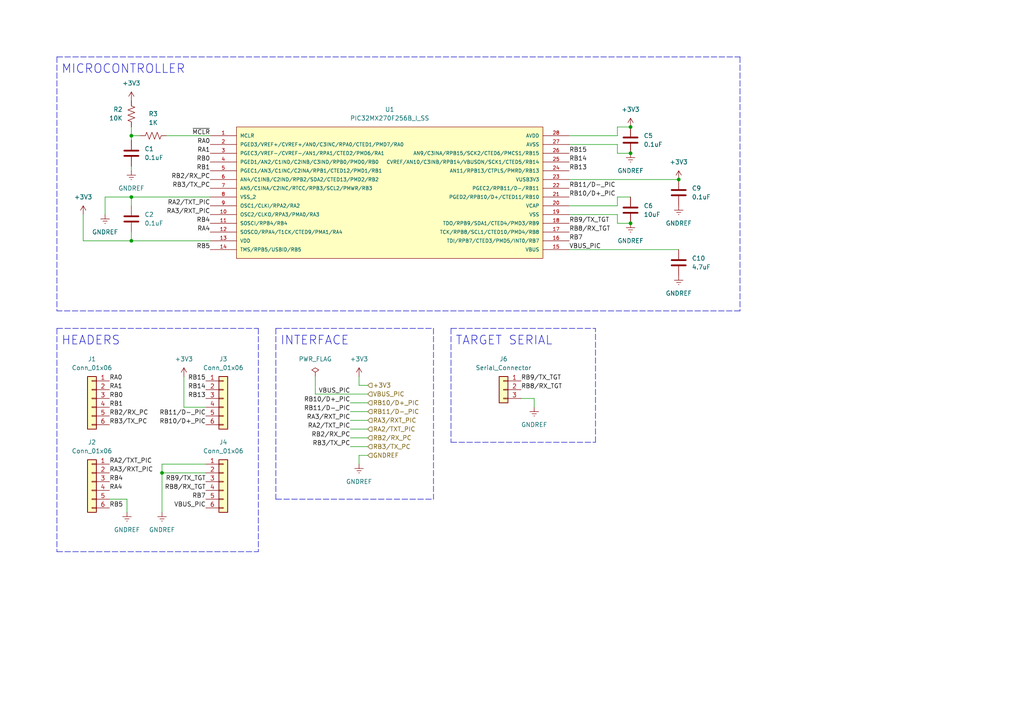
<source format=kicad_sch>
(kicad_sch (version 20211123) (generator eeschema)
  (paper "A4")
  (lib_symbols
    (symbol "Connector_Generic:Conn_01x03" (pin_names (offset 1.016) hide)
      (property "Reference" "J" (at 0 5.08 0))
      (property "Value" "Conn_01x03" (at 0 -5.08 0))
      (symbol "Conn_01x03_1_1"
        (rectangle (start -1.27 -2.413) (end 0 -2.667) (stroke (width 0.1524)))
        (rectangle (start -1.27 0.127) (end 0 -0.127) (stroke (width 0.1524)))
        (rectangle (start -1.27 2.667) (end 0 2.413) (stroke (width 0.1524)))
        (rectangle (start -1.27 3.81) (end 1.27 -3.81) (stroke (width 0.254)) (fill (type background)))
        (pin passive line (at -5.08 2.54 0) (length 3.81) (name "Pin_1") (number "1"))
        (pin passive line (at -5.08 0 0) (length 3.81) (name "Pin_2") (number "2"))
        (pin passive line (at -5.08 -2.54 0) (length 3.81) (name "Pin_3") (number "3"))
      )
    )
    (symbol "Connector_Generic:Conn_01x06" (pin_names (offset 1.016) hide)
      (property "Reference" "J" (at 0 7.62 0))
      (property "Value" "Conn_01x06" (at 0 -10.16 0))
      (symbol "Conn_01x06_1_1"
        (rectangle (start -1.27 -7.493) (end 0 -7.747) (stroke (width 0.1524)))
        (rectangle (start -1.27 -4.953) (end 0 -5.207) (stroke (width 0.1524)))
        (rectangle (start -1.27 -2.413) (end 0 -2.667) (stroke (width 0.1524)))
        (rectangle (start -1.27 0.127) (end 0 -0.127) (stroke (width 0.1524)))
        (rectangle (start -1.27 2.667) (end 0 2.413) (stroke (width 0.1524)))
        (rectangle (start -1.27 5.207) (end 0 4.953) (stroke (width 0.1524)))
        (rectangle (start -1.27 6.35) (end 1.27 -8.89) (stroke (width 0.254)) (fill (type background)))
        (pin passive line (at -5.08 5.08 0) (length 3.81) (name "Pin_1") (number "1"))
        (pin passive line (at -5.08 2.54 0) (length 3.81) (name "Pin_2") (number "2"))
        (pin passive line (at -5.08 0 0) (length 3.81) (name "Pin_3") (number "3"))
        (pin passive line (at -5.08 -2.54 0) (length 3.81) (name "Pin_4") (number "4"))
        (pin passive line (at -5.08 -5.08 0) (length 3.81) (name "Pin_5") (number "5"))
        (pin passive line (at -5.08 -7.62 0) (length 3.81) (name "Pin_6") (number "6"))
      )
    )
    (symbol "Device:R_US" (pin_numbers hide) (pin_names (offset 0))
      (property "Reference" "R" (at 2.54 0 90))
      (property "Value" "R_US" (at -2.54 0 90))
      (symbol "R_US_0_1"
        (polyline (pts (xy 0 -2.286) (xy 0 -2.54)))
        (polyline (pts (xy 0 2.286) (xy 0 2.54)))
        (polyline (pts (xy 0 -0.762) (xy 1.016 -1.143) (xy 0 -1.524) (xy -1.016 -1.905) (xy 0 -2.286)))
        (polyline (pts (xy 0 0.762) (xy 1.016 0.381) (xy 0 0) (xy -1.016 -0.381) (xy 0 -0.762)))
        (polyline (pts (xy 0 2.286) (xy 1.016 1.905) (xy 0 1.524) (xy -1.016 1.143) (xy 0 0.762)))
      )
      (symbol "R_US_1_1"
        (pin passive line (at 0 3.81 270) (length 1.27) (name "~") (number "1"))
        (pin passive line (at 0 -3.81 90) (length 1.27) (name "~") (number "2"))
      )
    )
    (symbol "ME218_BaseLib:Cap" (pin_numbers hide) (pin_names (offset 0.254))
      (property "Reference" "C" (at 0.635 2.54 0))
      (property "Value" "Cap" (at 0.635 -2.54 0))
      (symbol "Cap_0_1"
        (polyline (pts (xy -2.032 -0.762) (xy 2.032 -0.762)) (stroke (width 0.508)))
        (polyline (pts (xy -2.032 0.762) (xy 2.032 0.762)) (stroke (width 0.508)))
      )
      (symbol "Cap_1_1"
        (pin passive line (at 0 3.81 270) (length 2.794) (name "~") (number "1"))
        (pin passive line (at 0 -3.81 90) (length 2.794) (name "~") (number "2"))
      )
    )
    (symbol "PIC32MX250F128B_I_SS:PIC32MX250F128B_I_SS" (pin_names (offset 1.016))
      (property "Reference" "U" (at -44.45 3.81 0))
      (property "Value" "PIC32MX250F128B_I_SS" (at -44.45 1.27 0))
      (symbol "PIC32MX250F128B_I_SS_0_0"
        (rectangle (start -44.45 0) (end 44.45 -38.1) (stroke (width 0.1524)) (fill (type background)))
        (pin input line (at -52.07 -2.54 0) (length 7.62) (name "MCLR") (number "1"))
        (pin bidirectional line (at -52.07 -25.4 0) (length 7.62) (name "OSC2/CLKO/RPA3/PMA0/RA3") (number "10"))
        (pin bidirectional line (at -52.07 -27.94 0) (length 7.62) (name "SOSCI/RPB4/RB4") (number "11"))
        (pin bidirectional line (at -52.07 -30.48 0) (length 7.62) (name "SOSCO/RPA4/T1CK/CTED9/PMA1/RA4") (number "12"))
        (pin power_in line (at -52.07 -33.02 0) (length 7.62) (name "VDD") (number "13"))
        (pin bidirectional line (at -52.07 -35.56 0) (length 7.62) (name "TMS/RPB5/USBID/RB5") (number "14"))
        (pin power_in line (at 52.07 -35.56 180) (length 7.62) (name "VBUS") (number "15"))
        (pin bidirectional line (at 52.07 -33.02 180) (length 7.62) (name "TDI/RPB7/CTED3/PMD5/INT0/RB7") (number "16"))
        (pin bidirectional line (at 52.07 -30.48 180) (length 7.62) (name "TCK/RPB8/SCL1/CTED10/PMD4/RB8") (number "17"))
        (pin bidirectional line (at 52.07 -27.94 180) (length 7.62) (name "TDO/RPB9/SDA1/CTED4/PMD3/RB9") (number "18"))
        (pin power_in line (at 52.07 -25.4 180) (length 7.62) (name "VSS") (number "19"))
        (pin bidirectional line (at -52.07 -5.08 0) (length 7.62) (name "PGED3/VREF+/CVREF+/AN0/C3INC/RPA0/CTED1/PMD7/RA0") (number "2"))
        (pin input line (at 52.07 -22.86 180) (length 7.62) (name "VCAP") (number "20"))
        (pin bidirectional line (at 52.07 -20.32 180) (length 7.62) (name "PGED2/RPB10/D+/CTED11/RB10") (number "21"))
        (pin bidirectional line (at 52.07 -17.78 180) (length 7.62) (name "PGEC2/RPB11/D-/RB11") (number "22"))
        (pin input line (at 52.07 -15.24 180) (length 7.62) (name "VUSB3V3") (number "23"))
        (pin bidirectional line (at 52.07 -12.7 180) (length 7.62) (name "AN11/RPB13/CTPLS/PMRD/RB13") (number "24"))
        (pin bidirectional line (at 52.07 -10.16 180) (length 7.62) (name "CVREF/AN10/C3INB/RPB14/VBUSON/SCK1/CTED5/RB14") (number "25"))
        (pin bidirectional line (at 52.07 -7.62 180) (length 7.62) (name "AN9/C3INA/RPB15/SCK2/CTED6/PMCS1/RB15") (number "26"))
        (pin power_in line (at 52.07 -5.08 180) (length 7.62) (name "AVSS") (number "27"))
        (pin power_in line (at 52.07 -2.54 180) (length 7.62) (name "AVDD") (number "28"))
        (pin bidirectional line (at -52.07 -7.62 0) (length 7.62) (name "PGEC3/VREF-/CVREF-/AN1/RPA1/CTED2/PMD6/RA1") (number "3"))
        (pin bidirectional line (at -52.07 -10.16 0) (length 7.62) (name "PGED1/AN2/C1IND/C2INB/C3IND/RPB0/PMD0/RB0") (number "4"))
        (pin bidirectional line (at -52.07 -12.7 0) (length 7.62) (name "PGEC1/AN3/C1INC/C2INA/RPB1/CTED12/PMD1/RB1") (number "5"))
        (pin bidirectional line (at -52.07 -15.24 0) (length 7.62) (name "AN4/C1INB/C2IND/RPB2/SDA2/CTED13/PMD2/RB2") (number "6"))
        (pin bidirectional line (at -52.07 -17.78 0) (length 7.62) (name "AN5/C1INA/C2INC/RTCC/RPB3/SCL2/PMWR/RB3") (number "7"))
        (pin power_in line (at -52.07 -20.32 0) (length 7.62) (name "VSS_2") (number "8"))
        (pin bidirectional line (at -52.07 -22.86 0) (length 7.62) (name "OSC1/CLKI/RPA2/RA2") (number "9"))
      )
    )
    (symbol "power:+3V3" (power) (pin_names (offset 0))
      (property "Value" "+3V3" (at 0 3.556 0))
      (symbol "+3V3_0_1"
        (polyline (pts (xy -0.762 1.27) (xy 0 2.54)))
        (polyline (pts (xy 0 0) (xy 0 2.54)))
        (polyline (pts (xy 0 2.54) (xy 0.762 1.27)))
      )
      (symbol "+3V3_1_1"
        (pin power_in line (at 0 0 90) (length 0) hide (name "+3V3") (number "1"))
      )
    )
    (symbol "power:GNDREF" (power) (pin_names (offset 0))
      (property "Value" "GNDREF" (at 0 -3.81 0))
      (symbol "GNDREF_0_1"
        (polyline (pts (xy -0.635 -1.905) (xy 0.635 -1.905)))
        (polyline (pts (xy -0.127 -2.54) (xy 0.127 -2.54)))
        (polyline (pts (xy 0 -1.27) (xy 0 0)))
        (polyline (pts (xy 1.27 -1.27) (xy -1.27 -1.27)))
      )
      (symbol "GNDREF_1_1"
        (pin power_in line (at 0 0 270) (length 0) hide (name "GNDREF") (number "1"))
      )
    )
    (symbol "power:PWR_FLAG" (power) (pin_numbers hide) (pin_names (offset 0) hide)
      (property "Value" "PWR_FLAG" (at 0 3.81 0))
      (symbol "PWR_FLAG_0_0"
        (pin power_out line (at 0 0 90) (length 0) (name "pwr") (number "1"))
      )
      (symbol "PWR_FLAG_0_1"
        (polyline (pts (xy 0 0) (xy 0 1.27) (xy -1.016 1.905) (xy 0 2.54) (xy 1.016 1.905) (xy 0 1.27)))
      )
    )
  )
  (junction (at 182.88 44.45))
  (junction (at 196.85 52.07))
  (junction (at 38.1 69.85))
  (junction (at 38.1 39.37))
  (junction (at 38.1 57.15))
  (junction (at 46.99 137.16))
  (junction (at 182.88 64.77))
  (junction (at 182.88 36.83))
  (wire (pts (xy 165.1 39.37) (xy 179.07 39.37)))
  (polyline (pts (xy 16.51 16.51) (xy 214.63 16.51)))
  (wire (pts (xy 104.14 109.22) (xy 104.14 111.76)))
  (wire (pts (xy 104.14 132.08) (xy 106.68 132.08)))
  (wire (pts (xy 40.64 39.37) (xy 38.1 39.37)))
  (wire (pts (xy 101.6 129.54) (xy 106.68 129.54)))
  (wire (pts (xy 101.6 116.84) (xy 106.68 116.84)))
  (polyline (pts (xy 16.51 16.51) (xy 16.51 90.17)))
  (wire (pts (xy 179.07 44.45) (xy 182.88 44.45)))
  (wire (pts (xy 154.94 115.57) (xy 154.94 118.11)))
  (wire (pts (xy 46.99 137.16) (xy 59.69 137.16)))
  (wire (pts (xy 38.1 69.85) (xy 60.96 69.85)))
  (wire (pts (xy 179.07 59.69) (xy 179.07 57.15)))
  (wire (pts (xy 38.1 36.83) (xy 38.1 39.37)))
  (wire (pts (xy 38.1 59.69) (xy 38.1 57.15)))
  (wire (pts (xy 24.13 69.85) (xy 38.1 69.85)))
  (wire (pts (xy 165.1 72.39) (xy 196.85 72.39)))
  (wire (pts (xy 179.07 64.77) (xy 182.88 64.77)))
  (wire (pts (xy 101.6 124.46) (xy 106.68 124.46)))
  (wire (pts (xy 179.07 41.91) (xy 179.07 44.45)))
  (wire (pts (xy 165.1 59.69) (xy 179.07 59.69)))
  (polyline (pts (xy 80.01 95.25) (xy 80.01 144.78)))
  (wire (pts (xy 31.75 144.78) (xy 36.83 144.78)))
  (wire (pts (xy 59.69 134.62) (xy 46.99 134.62)))
  (wire (pts (xy 165.1 41.91) (xy 179.07 41.91)))
  (wire (pts (xy 38.1 39.37) (xy 38.1 40.64)))
  (polyline (pts (xy 80.01 144.78) (xy 125.73 144.78)))
  (polyline (pts (xy 130.81 128.27) (xy 172.72 128.27)))
  (wire (pts (xy 101.6 121.92) (xy 106.68 121.92)))
  (wire (pts (xy 91.44 109.22) (xy 91.44 114.3)))
  (wire (pts (xy 38.1 48.26) (xy 38.1 49.53)))
  (wire (pts (xy 59.69 118.11) (xy 53.34 118.11)))
  (wire (pts (xy 48.26 39.37) (xy 60.96 39.37)))
  (wire (pts (xy 24.13 62.23) (xy 24.13 69.85)))
  (polyline (pts (xy 172.72 128.27) (xy 172.72 95.25)))
  (wire (pts (xy 151.13 115.57) (xy 154.94 115.57)))
  (polyline (pts (xy 16.51 95.25) (xy 74.93 95.25)))
  (polyline (pts (xy 16.51 95.25) (xy 16.51 160.02)))
  (polyline (pts (xy 80.01 95.25) (xy 125.73 95.25)))
  (polyline (pts (xy 214.63 16.51) (xy 214.63 90.17)))
  (wire (pts (xy 46.99 134.62) (xy 46.99 137.16)))
  (polyline (pts (xy 74.93 95.25) (xy 74.93 160.02)))
  (wire (pts (xy 179.07 62.23) (xy 179.07 64.77)))
  (wire (pts (xy 101.6 127) (xy 106.68 127)))
  (wire (pts (xy 30.48 62.23) (xy 30.48 57.15)))
  (wire (pts (xy 46.99 137.16) (xy 46.99 148.59)))
  (wire (pts (xy 38.1 57.15) (xy 60.96 57.15)))
  (polyline (pts (xy 16.51 160.02) (xy 74.93 160.02)))
  (wire (pts (xy 91.44 114.3) (xy 106.68 114.3)))
  (wire (pts (xy 104.14 111.76) (xy 106.68 111.76)))
  (wire (pts (xy 104.14 134.62) (xy 104.14 132.08)))
  (polyline (pts (xy 214.63 90.17) (xy 16.51 90.17)))
  (wire (pts (xy 36.83 144.78) (xy 36.83 148.59)))
  (wire (pts (xy 30.48 57.15) (xy 38.1 57.15)))
  (polyline (pts (xy 130.81 95.25) (xy 130.81 128.27)))
  (wire (pts (xy 179.07 57.15) (xy 182.88 57.15)))
  (wire (pts (xy 165.1 62.23) (xy 179.07 62.23)))
  (wire (pts (xy 38.1 67.31) (xy 38.1 69.85)))
  (wire (pts (xy 165.1 52.07) (xy 196.85 52.07)))
  (polyline (pts (xy 130.81 95.25) (xy 172.72 95.25)))
  (polyline (pts (xy 125.73 95.25) (xy 125.73 144.78)))
  (wire (pts (xy 101.6 119.38) (xy 106.68 119.38)))
  (wire (pts (xy 53.34 109.22) (xy 53.34 118.11)))
  (wire (pts (xy 179.07 36.83) (xy 182.88 36.83)))
  (wire (pts (xy 179.07 39.37) (xy 179.07 36.83)))
  (text "INTERFACE" (at 81.28 100.33 0) (effects (font (size 2.54 2.54)) (justify left bottom)))
  (text "TARGET SERIAL" (at 132.08 100.33 0) (effects (font (size 2.54 2.54)) (justify left bottom)))
  (text "HEADERS" (at 17.78 100.33 0) (effects (font (size 2.54 2.54)) (justify left bottom)))
  (text "MICROCONTROLLER" (at 17.78 21.59 0) (effects (font (size 2.54 2.54)) (justify left bottom)))
  (label "RB11{slash}D-_PIC" (at 101.6 119.38 180))
  (label "RB3{slash}TX_PC" (at 31.75 123.19 0))
  (label "RB5" (at 60.96 72.39 180))
  (label "RB2{slash}RX_PC" (at 31.75 120.65 0))
  (label "RA4" (at 31.75 142.24 0))
  (label "RB3{slash}TX_PC" (at 101.6 129.54 180))
  (label "RB13" (at 59.69 115.57 180))
  (label "RA3{slash}RXT_PIC" (at 60.96 62.23 180))
  (label "RB7" (at 59.69 144.78 180))
  (label "RA2{slash}TXT_PIC" (at 60.96 59.69 180))
  (label "RA2{slash}TXT_PIC" (at 101.6 124.46 180))
  (label "RB4" (at 31.75 139.7 0))
  (label "RB11{slash}D-_PIC" (at 59.69 120.65 180))
  (label "RB14" (at 59.69 113.03 180))
  (label "VBUS_PIC" (at 59.69 147.32 180))
  (label "RB0" (at 60.96 46.99 180))
  (label "RB2{slash}RX_PC" (at 101.6 127 180))
  (label "RA3{slash}RXT_PIC" (at 31.75 137.16 0))
  (label "RB3{slash}TX_PC" (at 60.96 54.61 180))
  (label "RB14" (at 165.1 46.99 0))
  (label "RA1" (at 60.96 44.45 180))
  (label "~{MCLR}" (at 60.96 39.37 180))
  (label "RB8{slash}RX_TGT" (at 151.13 113.03 0))
  (label "RA3{slash}RXT_PIC" (at 101.6 121.92 180))
  (label "RB8{slash}RX_TGT" (at 165.1 67.31 0))
  (label "RB8{slash}RX_TGT" (at 59.69 142.24 180))
  (label "RA0" (at 31.75 110.49 0))
  (label "RB10{slash}D+_PIC" (at 165.1 57.15 0))
  (label "RB1" (at 60.96 49.53 180))
  (label "VBUS_PIC" (at 165.1 72.39 0))
  (label "RB10{slash}D+_PIC" (at 59.69 123.19 180))
  (label "RA2{slash}TXT_PIC" (at 31.75 134.62 0))
  (label "RB7" (at 165.1 69.85 0))
  (label "RA0" (at 60.96 41.91 180))
  (label "RB4" (at 60.96 64.77 180))
  (label "RB5" (at 31.75 147.32 0))
  (label "RA4" (at 60.96 67.31 180))
  (label "RB1" (at 31.75 118.11 0))
  (label "RB9{slash}TX_TGT" (at 59.69 139.7 180))
  (label "RB0" (at 31.75 115.57 0))
  (label "RB9{slash}TX_TGT" (at 151.13 110.49 0))
  (label "RB9{slash}TX_TGT" (at 165.1 64.77 0))
  (label "VBUS_PIC" (at 101.6 114.3 180))
  (label "RB2{slash}RX_PC" (at 60.96 52.07 180))
  (label "RB10{slash}D+_PIC" (at 101.6 116.84 180))
  (label "RB15" (at 165.1 44.45 0))
  (label "RA1" (at 31.75 113.03 0))
  (label "RB15" (at 59.69 110.49 180))
  (label "RB11{slash}D-_PIC" (at 165.1 54.61 0))
  (label "RB13" (at 165.1 49.53 0))
  (hierarchical_label "GNDREF" (shape input) (at 106.68 132.08 0))
  (hierarchical_label "VBUS_PIC" (shape input) (at 106.68 114.3 0))
  (hierarchical_label "RB3{slash}TX_PC" (shape input) (at 106.68 129.54 0))
  (hierarchical_label "RB11{slash}D-_PIC" (shape input) (at 106.68 119.38 0))
  (hierarchical_label "RA2{slash}TXT_PIC" (shape input) (at 106.68 124.46 0))
  (hierarchical_label "+3V3" (shape input) (at 106.68 111.76 0))
  (hierarchical_label "RB2{slash}RX_PC" (shape input) (at 106.68 127 0))
  (hierarchical_label "RB10{slash}D+_PIC" (shape input) (at 106.68 116.84 0))
  (hierarchical_label "RA3{slash}RXT_PIC" (shape input) (at 106.68 121.92 0))
  (symbol (lib_id "power:PWR_FLAG") (at 91.44 109.22 0) (unit 1)
    (property "Reference" "#FLG03" (effects hide))
    (property "Value" "PWR_FLAG" (at 91.44 104.14 0))
  )
  (symbol (lib_id "ME218_BaseLib:Cap") (at 38.1 44.45 0) (unit 1)
    (property "Reference" "C1" (at 41.91 43.1799 0) (effects (justify left)))
    (property "Value" "0.1uF" (at 41.91 45.7199 0) (effects (justify left)))
    (property "Footprint" "Capacitor_SMD:C_1206_3216Metric" (effects hide))
  )
  (symbol (lib_id "ME218_BaseLib:Cap") (at 38.1 63.5 0) (unit 1)
    (property "Reference" "C2" (at 41.91 62.2299 0) (effects (justify left)))
    (property "Value" "0.1uF" (at 41.91 64.7699 0) (effects (justify left)))
    (property "Footprint" "Capacitor_SMD:C_1206_3216Metric" (effects hide))
  )
  (symbol (lib_id "power:+3V3") (at 104.14 109.22 0) (unit 1)
    (property "Reference" "#PWR02" (effects hide))
    (property "Value" "+3V3" (at 104.14 104.14 0))
  )
  (symbol (lib_id "power:+3V3") (at 182.88 36.83 0) (unit 1)
    (property "Reference" "#PWR0101" (effects hide))
    (property "Value" "+3V3" (at 182.88 31.75 0))
  )
  (symbol (lib_id "power:GNDREF") (at 46.99 148.59 0) (unit 1)
    (property "Reference" "#PWR0111" (effects hide))
    (property "Value" "GNDREF" (at 46.99 153.67 0))
  )
  (symbol (lib_id "ME218_BaseLib:Cap") (at 196.85 55.88 0) (unit 1)
    (property "Reference" "C9" (at 200.66 54.6099 0) (effects (justify left)))
    (property "Value" "0.1uF" (at 200.66 57.1499 0) (effects (justify left)))
    (property "Footprint" "Capacitor_SMD:C_1206_3216Metric" (effects hide))
  )
  (symbol (lib_id "ME218_BaseLib:Cap") (at 182.88 60.96 0) (unit 1)
    (property "Reference" "C6" (at 186.69 59.6899 0) (effects (justify left)))
    (property "Value" "10uF" (at 186.69 62.2299 0) (effects (justify left)))
    (property "Footprint" "Capacitor_SMD:C_1206_3216Metric" (effects hide))
  )
  (symbol (lib_id "ME218_BaseLib:Cap") (at 196.85 76.2 0) (unit 1)
    (property "Reference" "C10" (at 200.66 74.9299 0) (effects (justify left)))
    (property "Value" "4.7uF" (at 200.66 77.4699 0) (effects (justify left)))
    (property "Footprint" "Capacitor_SMD:C_1206_3216Metric" (effects hide))
  )
  (symbol (lib_id "Device:R_US") (at 44.45 39.37 90) (unit 1)
    (property "Reference" "R3" (at 44.45 33.02 90))
    (property "Value" "1K" (at 44.45 35.56 90))
    (property "Footprint" "Resistor_SMD:R_1206_3216Metric" (effects hide))
  )
  (symbol (lib_id "PIC32MX250F128B_I_SS:PIC32MX250F128B_I_SS") (at 113.03 36.83 0) (unit 1)
    (property "Reference" "U1" (at 113.03 31.75 0))
    (property "Value" "PIC32MX270F256B_I_SS" (at 113.03 34.29 0))
    (property "Footprint" "footprints:OST_ED281DT" (effects hide))
  )
  (symbol (lib_id "power:+3V3") (at 38.1 29.21 0) (unit 1)
    (property "Reference" "#PWR0103" (effects hide))
    (property "Value" "+3V3" (at 38.1 24.13 0))
  )
  (symbol (lib_id "Device:R_US") (at 38.1 33.02 0) (unit 1)
    (property "Reference" "R2" (at 35.56 31.7499 0) (effects (justify right)))
    (property "Value" "10K" (at 35.56 34.2899 0) (effects (justify right)))
    (property "Footprint" "Resistor_SMD:R_1206_3216Metric" (effects hide))
  )
  (symbol (lib_id "power:GNDREF") (at 182.88 64.77 0) (unit 1)
    (property "Reference" "#PWR0109" (effects hide))
    (property "Value" "GNDREF" (at 182.88 69.85 0))
  )
  (symbol (lib_id "power:+3V3") (at 53.34 109.22 0) (unit 1)
    (property "Reference" "#PWR0105" (effects hide))
    (property "Value" "+3V3" (at 53.34 104.14 0))
  )
  (symbol (lib_id "power:+3V3") (at 196.85 52.07 0) (unit 1)
    (property "Reference" "#PWR028" (effects hide))
    (property "Value" "+3V3" (at 196.85 46.99 0))
  )
  (symbol (lib_id "power:GNDREF") (at 196.85 59.69 0) (unit 1)
    (property "Reference" "#PWR029" (effects hide))
    (property "Value" "GNDREF" (at 196.85 64.77 0))
  )
  (symbol (lib_id "Connector_Generic:Conn_01x06") (at 26.67 115.57 0) (mirror y) (unit 1)
    (property "Reference" "J1" (at 26.67 104.14 0))
    (property "Value" "Conn_01x06" (at 26.67 106.68 0))
    (property "Footprint" "Connector_PinSocket_2.54mm:PinSocket_1x06_P2.54mm_Vertical" (effects hide))
  )
  (symbol (lib_id "power:+3V3") (at 24.13 62.23 0) (unit 1)
    (property "Reference" "#PWR0104" (effects hide))
    (property "Value" "+3V3" (at 24.13 57.15 0))
  )
  (symbol (lib_id "power:GNDREF") (at 36.83 148.59 0) (unit 1)
    (property "Reference" "#PWR0112" (effects hide))
    (property "Value" "GNDREF" (at 36.83 153.67 0))
  )
  (symbol (lib_id "ME218_BaseLib:Cap") (at 182.88 40.64 0) (unit 1)
    (property "Reference" "C5" (at 186.69 39.3699 0) (effects (justify left)))
    (property "Value" "0.1uF" (at 186.69 41.9099 0) (effects (justify left)))
    (property "Footprint" "Capacitor_SMD:C_1206_3216Metric" (effects hide))
  )
  (symbol (lib_id "power:GNDREF") (at 182.88 44.45 0) (unit 1)
    (property "Reference" "#PWR0108" (effects hide))
    (property "Value" "GNDREF" (at 182.88 49.53 0))
  )
  (symbol (lib_id "Connector_Generic:Conn_01x06") (at 64.77 115.57 0) (unit 1)
    (property "Reference" "J3" (at 64.77 104.14 0))
    (property "Value" "Conn_01x06" (at 64.77 106.68 0))
    (property "Footprint" "Connector_PinSocket_2.54mm:PinSocket_1x06_P2.54mm_Vertical" (effects hide))
  )
  (symbol (lib_id "power:GNDREF") (at 38.1 49.53 0) (unit 1)
    (property "Reference" "#PWR0110" (effects hide))
    (property "Value" "GNDREF" (at 38.1 54.61 0))
  )
  (symbol (lib_id "power:GNDREF") (at 30.48 62.23 0) (unit 1)
    (property "Reference" "#PWR0102" (effects hide))
    (property "Value" "GNDREF" (at 30.48 67.31 0))
  )
  (symbol (lib_id "Connector_Generic:Conn_01x06") (at 26.67 139.7 0) (mirror y) (unit 1)
    (property "Reference" "J2" (at 26.67 128.27 0))
    (property "Value" "Conn_01x06" (at 26.67 130.81 0))
    (property "Footprint" "Connector_PinSocket_2.54mm:PinSocket_1x06_P2.54mm_Vertical" (effects hide))
  )
  (symbol (lib_id "power:GNDREF") (at 196.85 80.01 0) (unit 1)
    (property "Reference" "#PWR030" (effects hide))
    (property "Value" "GNDREF" (at 196.85 85.09 0))
  )
  (symbol (lib_id "power:GNDREF") (at 104.14 134.62 0) (unit 1)
    (property "Reference" "#PWR03" (effects hide))
    (property "Value" "GNDREF" (at 104.14 139.7 0))
  )
  (symbol (lib_id "Connector_Generic:Conn_01x06") (at 64.77 139.7 0) (unit 1)
    (property "Reference" "J4" (at 64.77 128.27 0))
    (property "Value" "Conn_01x06" (at 64.77 130.81 0))
    (property "Footprint" "Connector_PinSocket_2.54mm:PinSocket_1x06_P2.54mm_Vertical" (effects hide))
  )
  (symbol (lib_id "power:GNDREF") (at 154.94 118.11 0) (unit 1)
    (property "Reference" "#PWR0113" (effects hide))
    (property "Value" "GNDREF" (at 154.94 123.19 0))
  )
  (symbol (lib_id "Connector_Generic:Conn_01x03") (at 146.05 113.03 0) (mirror y) (unit 1)
    (property "Reference" "J6" (at 146.05 104.14 0))
    (property "Value" "Serial_Connector" (at 146.05 106.68 0))
    (property "Footprint" "Connector_PinSocket_2.54mm:PinSocket_1x03_P2.54mm_Horizontal" (effects hide))
  )
)
</source>
